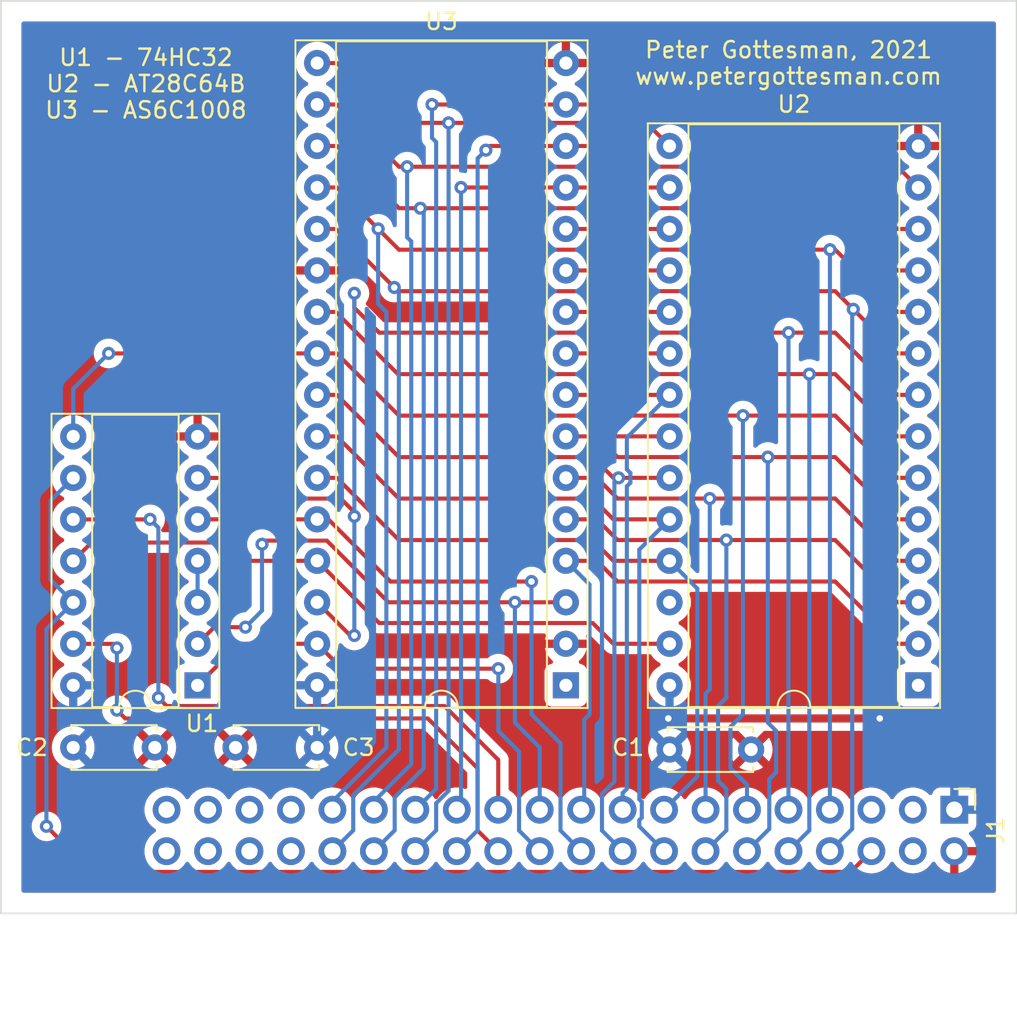
<source format=kicad_pcb>
(kicad_pcb (version 20211014) (generator pcbnew)
  (layers (0 "F.Cu" signal) (31 "B.Cu" signal) (34 "B.Paste" user) (35 "F.Paste" user) (36 "B.SilkS" user "B.Silkscreen") (37 "F.SilkS" user "F.Silkscreen") (38 "B.Mask" user) (39 "F.Mask" user) (44 "Edge.Cuts" user))
  (net 0 "")
  (net 1 "VCC")
  (net 2 "GND")
  (net 6 "Net-(J1-Pad6)")
  (net 7 "/A0")
  (net 8 "/A1")
  (net 9 "/A2")
  (net 10 "/A3")
  (net 11 "/A4")
  (net 12 "/A5")
  (net 13 "/A6")
  (net 14 "/A7")
  (net 15 "/A8")
  (net 16 "/A9")
  (net 17 "/A10")
  (net 18 "/A11")
  (net 19 "/A12")
  (net 20 "/A13")
  (net 21 "/A14")
  (net 22 "/A15")
  (net 23 "Net-(J1-Pad23)")
  (net 24 "Net-(J1-Pad24)")
  (net 25 "/D0")
  (net 26 "/D1")
  (net 27 "/D2")
  (net 28 "/D3")
  (net 29 "/D4")
  (net 30 "/D5")
  (net 31 "/D6")
  (net 32 "/D7")
  (net 41 "Net-(U1-Pad8)")
  (net 42 "Net-(U1-Pad3)")
  (net 43 "Net-(U1-Pad11)")
  (net 44 "Net-(U1-Pad6)")
  (footprint "Capacitor_THT:C_Disc_D5.0mm_W2.5mm_P5.00mm" (layer "F.Cu") (at 128.59875 96.647)
    (fp_text reference "C1" (at -2.54 -0.127) (layer "F.SilkS"))
    (fp_text value "100nF")
    (fp_line (start 5.12 -1.37) (end 5.12 -1.055) (layer "F.SilkS") (width 0.12))
    (fp_line (start 5.12 1.055) (end 5.12 1.37) (layer "F.SilkS") (width 0.12))
    (fp_line (start -0.12 1.37) (end 5.12 1.37) (layer "F.SilkS") (width 0.12))
    (fp_line (start -0.12 -1.37) (end 5.12 -1.37) (layer "F.SilkS") (width 0.12))
    (fp_line (start -0.12 -1.37) (end -0.12 -1.055) (layer "F.SilkS") (width 0.12))
    (fp_line (start -0.12 1.055) (end -0.12 1.37) (layer "F.SilkS") (width 0.12))
    (pad "1" thru_hole circle locked (at 0 0) (size 1.6 1.6) (drill 0.8) (layers *.Cu *.Mask) (net 1 "VCC"))
    (pad "2" thru_hole circle locked (at 5 0) (size 1.6 1.6) (drill 0.8) (layers *.Cu *.Mask) (net 2 "GND"))
  )
  (footprint "Package_DIP:DIP-28_W15.24mm_Socket" (layer "F.Cu") (at 143.83875 92.71 180)
    (fp_text reference "U2" (at 7.62 35.575) (layer "F.SilkS"))
    (fp_text value "28C64B")
    (fp_line (start -1.33 -1.39) (end -1.33 34.41) (layer "F.SilkS") (width 0.12))
    (fp_line (start 16.57 -1.39) (end -1.33 -1.39) (layer "F.SilkS") (width 0.12))
    (fp_line (start -1.33 34.41) (end 16.57 34.41) (layer "F.SilkS") (width 0.12))
    (fp_line (start 1.16 -1.33) (end 1.16 34.35) (layer "F.SilkS") (width 0.12))
    (fp_line (start 6.62 -1.33) (end 1.16 -1.33) (layer "F.SilkS") (width 0.12))
    (fp_line (start 14.08 34.35) (end 14.08 -1.33) (layer "F.SilkS") (width 0.12))
    (fp_line (start 14.08 -1.33) (end 8.62 -1.33) (layer "F.SilkS") (width 0.12))
    (fp_line (start 1.16 34.35) (end 14.08 34.35) (layer "F.SilkS") (width 0.12))
    (fp_line (start 16.57 34.41) (end 16.57 -1.39) (layer "F.SilkS") (width 0.12))
    (fp_arc (start 8.62 -1.33) (mid 7.62 -0.33) (end 6.62 -1.33) (layer "F.SilkS") (width 0.12))
    (pad "1" thru_hole rect locked (at 0 0 180) (size 1.6 1.6) (drill 0.8) (layers *.Cu *.Mask))
    (pad "2" thru_hole oval locked (at 0 2.54 180) (size 1.6 1.6) (drill 0.8) (layers *.Cu *.Mask) (net 19 "/A12"))
    (pad "3" thru_hole oval locked (at 0 5.08 180) (size 1.6 1.6) (drill 0.8) (layers *.Cu *.Mask) (net 14 "/A7"))
    (pad "4" thru_hole oval locked (at 0 7.62 180) (size 1.6 1.6) (drill 0.8) (layers *.Cu *.Mask) (net 13 "/A6"))
    (pad "5" thru_hole oval locked (at 0 10.16 180) (size 1.6 1.6) (drill 0.8) (layers *.Cu *.Mask) (net 12 "/A5"))
    (pad "6" thru_hole oval locked (at 0 12.7 180) (size 1.6 1.6) (drill 0.8) (layers *.Cu *.Mask) (net 11 "/A4"))
    (pad "7" thru_hole oval locked (at 0 15.24 180) (size 1.6 1.6) (drill 0.8) (layers *.Cu *.Mask) (net 10 "/A3"))
    (pad "8" thru_hole oval locked (at 0 17.78 180) (size 1.6 1.6) (drill 0.8) (layers *.Cu *.Mask) (net 9 "/A2"))
    (pad "9" thru_hole oval locked (at 0 20.32 180) (size 1.6 1.6) (drill 0.8) (layers *.Cu *.Mask) (net 8 "/A1"))
    (pad "10" thru_hole oval locked (at 0 22.86 180) (size 1.6 1.6) (drill 0.8) (layers *.Cu *.Mask) (net 7 "/A0"))
    (pad "11" thru_hole oval locked (at 0 25.4 180) (size 1.6 1.6) (drill 0.8) (layers *.Cu *.Mask) (net 25 "/D0"))
    (pad "12" thru_hole oval locked (at 0 27.94 180) (size 1.6 1.6) (drill 0.8) (layers *.Cu *.Mask) (net 26 "/D1"))
    (pad "13" thru_hole oval locked (at 0 30.48 180) (size 1.6 1.6) (drill 0.8) (layers *.Cu *.Mask) (net 27 "/D2"))
    (pad "14" thru_hole oval locked (at 0 33.02 180) (size 1.6 1.6) (drill 0.8) (layers *.Cu *.Mask) (net 2 "GND"))
    (pad "15" thru_hole oval locked (at 15.24 33.02 180) (size 1.6 1.6) (drill 0.8) (layers *.Cu *.Mask) (net 28 "/D3"))
    (pad "16" thru_hole oval locked (at 15.24 30.48 180) (size 1.6 1.6) (drill 0.8) (layers *.Cu *.Mask) (net 29 "/D4"))
    (pad "17" thru_hole oval locked (at 15.24 27.94 180) (size 1.6 1.6) (drill 0.8) (layers *.Cu *.Mask) (net 30 "/D5"))
    (pad "18" thru_hole oval locked (at 15.24 25.4 180) (size 1.6 1.6) (drill 0.8) (layers *.Cu *.Mask) (net 31 "/D6"))
    (pad "19" thru_hole oval locked (at 15.24 22.86 180) (size 1.6 1.6) (drill 0.8) (layers *.Cu *.Mask) (net 32 "/D7"))
    (pad "20" thru_hole oval locked (at 15.24 20.32 180) (size 1.6 1.6) (drill 0.8) (layers *.Cu *.Mask) (net 44 "Net-(U1-Pad6)"))
    (pad "21" thru_hole oval locked (at 15.24 17.78 180) (size 1.6 1.6) (drill 0.8) (layers *.Cu *.Mask) (net 17 "/A10"))
    (pad "22" thru_hole oval locked (at 15.24 15.24 180) (size 1.6 1.6) (drill 0.8) (layers *.Cu *.Mask) (net 41 "Net-(U1-Pad8)"))
    (pad "23" thru_hole oval locked (at 15.24 12.7 180) (size 1.6 1.6) (drill 0.8) (layers *.Cu *.Mask) (net 18 "/A11"))
    (pad "24" thru_hole oval locked (at 15.24 10.16 180) (size 1.6 1.6) (drill 0.8) (layers *.Cu *.Mask) (net 16 "/A9"))
    (pad "25" thru_hole oval locked (at 15.24 7.62 180) (size 1.6 1.6) (drill 0.8) (layers *.Cu *.Mask) (net 15 "/A8"))
    (pad "26" thru_hole oval locked (at 15.24 5.08 180) (size 1.6 1.6) (drill 0.8) (layers *.Cu *.Mask))
    (pad "27" thru_hole oval locked (at 15.24 2.54 180) (size 1.6 1.6) (drill 0.8) (layers *.Cu *.Mask) (net 43 "Net-(U1-Pad11)"))
    (pad "28" thru_hole oval locked (at 15.24 0 180) (size 1.6 1.6) (drill 0.8) (layers *.Cu *.Mask) (net 1 "VCC"))
  )
  (footprint "Capacitor_THT:C_Disc_D5.0mm_W2.5mm_P5.00mm" (layer "F.Cu") (at 107.00875 96.52 180)
    (fp_text reference "C3" (at -2.54 0) (layer "F.SilkS"))
    (fp_text value "100nF")
    (fp_line (start 5.12 1.055) (end 5.12 1.37) (layer "F.SilkS") (width 0.12))
    (fp_line (start -0.12 1.37) (end 5.12 1.37) (layer "F.SilkS") (width 0.12))
    (fp_line (start -0.12 -1.37) (end -0.12 -1.055) (layer "F.SilkS") (width 0.12))
    (fp_line (start 5.12 -1.37) (end 5.12 -1.055) (layer "F.SilkS") (width 0.12))
    (fp_line (start -0.12 -1.37) (end 5.12 -1.37) (layer "F.SilkS") (width 0.12))
    (fp_line (start -0.12 1.055) (end -0.12 1.37) (layer "F.SilkS") (width 0.12))
    (pad "1" thru_hole circle locked (at 0 0 180) (size 1.6 1.6) (drill 0.8) (layers *.Cu *.Mask) (net 1 "VCC"))
    (pad "2" thru_hole circle locked (at 5 0 180) (size 1.6 1.6) (drill 0.8) (layers *.Cu *.Mask) (net 2 "GND"))
  )
  (footprint "Capacitor_THT:C_Disc_D5.0mm_W2.5mm_P5.00mm" (layer "F.Cu") (at 92.065 96.52)
    (fp_text reference "C2" (at -2.53 0) (layer "F.SilkS"))
    (fp_text value "100nF")
    (fp_line (start -0.12 -1.37) (end -0.12 -1.055) (layer "F.SilkS") (width 0.12))
    (fp_line (start -0.12 -1.37) (end 5.12 -1.37) (layer "F.SilkS") (width 0.12))
    (fp_line (start -0.12 1.37) (end 5.12 1.37) (layer "F.SilkS") (width 0.12))
    (fp_line (start 5.12 1.055) (end 5.12 1.37) (layer "F.SilkS") (width 0.12))
    (fp_line (start 5.12 -1.37) (end 5.12 -1.055) (layer "F.SilkS") (width 0.12))
    (fp_line (start -0.12 1.055) (end -0.12 1.37) (layer "F.SilkS") (width 0.12))
    (pad "1" thru_hole circle locked (at 0 0) (size 1.6 1.6) (drill 0.8) (layers *.Cu *.Mask) (net 1 "VCC"))
    (pad "2" thru_hole circle locked (at 5 0) (size 1.6 1.6) (drill 0.8) (layers *.Cu *.Mask) (net 2 "GND"))
  )
  (footprint "Package_DIP:DIP-32_W15.24mm_Socket" (layer "F.Cu") (at 122.24875 92.71 180)
    (fp_text reference "U3" (at 7.625 40.64) (layer "F.SilkS"))
    (fp_text value "AS6C1008-55PCN")
    (fp_line (start 6.62 -1.33) (end 1.16 -1.33) (layer "F.SilkS") (width 0.12))
    (fp_line (start 14.08 39.43) (end 14.08 -1.33) (layer "F.SilkS") (width 0.12))
    (fp_line (start -1.33 39.49) (end 16.57 39.49) (layer "F.SilkS") (width 0.12))
    (fp_line (start 14.08 -1.33) (end 8.62 -1.33) (layer "F.SilkS") (width 0.12))
    (fp_line (start -1.33 -1.39) (end -1.33 39.49) (layer "F.SilkS") (width 0.12))
    (fp_line (start 1.16 -1.33) (end 1.16 39.43) (layer "F.SilkS") (width 0.12))
    (fp_line (start 16.57 -1.39) (end -1.33 -1.39) (layer "F.SilkS") (width 0.12))
    (fp_line (start 1.16 39.43) (end 14.08 39.43) (layer "F.SilkS") (width 0.12))
    (fp_line (start 16.57 39.49) (end 16.57 -1.39) (layer "F.SilkS") (width 0.12))
    (fp_arc (start 8.62 -1.33) (mid 7.62 -0.33) (end 6.62 -1.33) (layer "F.SilkS") (width 0.12))
    (pad "1" thru_hole rect locked (at 0 0 180) (size 1.6 1.6) (drill 0.8) (layers *.Cu *.Mask))
    (pad "2" thru_hole oval locked (at 0 2.54 180) (size 1.6 1.6) (drill 0.8) (layers *.Cu *.Mask) (net 2 "GND"))
    (pad "3" thru_hole oval locked (at 0 5.08 180) (size 1.6 1.6) (drill 0.8) (layers *.Cu *.Mask) (net 21 "/A14"))
    (pad "4" thru_hole oval locked (at 0 7.62 180) (size 1.6 1.6) (drill 0.8) (layers *.Cu *.Mask) (net 19 "/A12"))
    (pad "5" thru_hole oval locked (at 0 10.16 180) (size 1.6 1.6) (drill 0.8) (layers *.Cu *.Mask) (net 14 "/A7"))
    (pad "6" thru_hole oval locked (at 0 12.7 180) (size 1.6 1.6) (drill 0.8) (layers *.Cu *.Mask) (net 13 "/A6"))
    (pad "7" thru_hole oval locked (at 0 15.24 180) (size 1.6 1.6) (drill 0.8) (layers *.Cu *.Mask) (net 12 "/A5"))
    (pad "8" thru_hole oval locked (at 0 17.78 180) (size 1.6 1.6) (drill 0.8) (layers *.Cu *.Mask) (net 11 "/A4"))
    (pad "9" thru_hole oval locked (at 0 20.32 180) (size 1.6 1.6) (drill 0.8) (layers *.Cu *.Mask) (net 10 "/A3"))
    (pad "10" thru_hole oval locked (at 0 22.86 180) (size 1.6 1.6) (drill 0.8) (layers *.Cu *.Mask) (net 9 "/A2"))
    (pad "11" thru_hole oval locked (at 0 25.4 180) (size 1.6 1.6) (drill 0.8) (layers *.Cu *.Mask) (net 8 "/A1"))
    (pad "12" thru_hole oval locked (at 0 27.94 180) (size 1.6 1.6) (drill 0.8) (layers *.Cu *.Mask) (net 7 "/A0"))
    (pad "13" thru_hole oval locked (at 0 30.48 180) (size 1.6 1.6) (drill 0.8) (layers *.Cu *.Mask) (net 25 "/D0"))
    (pad "14" thru_hole oval locked (at 0 33.02 180) (size 1.6 1.6) (drill 0.8) (layers *.Cu *.Mask) (net 26 "/D1"))
    (pad "15" thru_hole oval locked (at 0 35.56 180) (size 1.6 1.6) (drill 0.8) (layers *.Cu *.Mask) (net 27 "/D2"))
    (pad "16" thru_hole oval locked (at 0 38.1 180) (size 1.6 1.6) (drill 0.8) (layers *.Cu *.Mask) (net 2 "GND"))
    (pad "17" thru_hole oval locked (at 15.24 38.1 180) (size 1.6 1.6) (drill 0.8) (layers *.Cu *.Mask) (net 28 "/D3"))
    (pad "18" thru_hole oval locked (at 15.24 35.56 180) (size 1.6 1.6) (drill 0.8) (layers *.Cu *.Mask) (net 29 "/D4"))
    (pad "19" thru_hole oval locked (at 15.24 33.02 180) (size 1.6 1.6) (drill 0.8) (layers *.Cu *.Mask) (net 30 "/D5"))
    (pad "20" thru_hole oval locked (at 15.24 30.48 180) (size 1.6 1.6) (drill 0.8) (layers *.Cu *.Mask) (net 31 "/D6"))
    (pad "21" thru_hole oval locked (at 15.24 27.94 180) (size 1.6 1.6) (drill 0.8) (layers *.Cu *.Mask) (net 32 "/D7"))
    (pad "22" thru_hole oval locked (at 15.24 25.4 180) (size 1.6 1.6) (drill 0.8) (layers *.Cu *.Mask) (net 2 "GND"))
    (pad "23" thru_hole oval locked (at 15.24 22.86 180) (size 1.6 1.6) (drill 0.8) (layers *.Cu *.Mask) (net 17 "/A10"))
    (pad "24" thru_hole oval locked (at 15.24 20.32 180) (size 1.6 1.6) (drill 0.8) (layers *.Cu *.Mask) (net 41 "Net-(U1-Pad8)"))
    (pad "25" thru_hole oval locked (at 15.24 17.78 180) (size 1.6 1.6) (drill 0.8) (layers *.Cu *.Mask) (net 18 "/A11"))
    (pad "26" thru_hole oval locked (at 15.24 15.24 180) (size 1.6 1.6) (drill 0.8) (layers *.Cu *.Mask) (net 16 "/A9"))
    (pad "27" thru_hole oval locked (at 15.24 12.7 180) (size 1.6 1.6) (drill 0.8) (layers *.Cu *.Mask) (net 15 "/A8"))
    (pad "28" thru_hole oval locked (at 15.24 10.16 180) (size 1.6 1.6) (drill 0.8) (layers *.Cu *.Mask) (net 20 "/A13"))
    (pad "29" thru_hole oval locked (at 15.24 7.62 180) (size 1.6 1.6) (drill 0.8) (layers *.Cu *.Mask) (net 43 "Net-(U1-Pad11)"))
    (pad "30" thru_hole oval locked (at 15.24 5.08 180) (size 1.6 1.6) (drill 0.8) (layers *.Cu *.Mask) (net 44 "Net-(U1-Pad6)"))
    (pad "31" thru_hole oval locked (at 15.24 2.54 180) (size 1.6 1.6) (drill 0.8) (layers *.Cu *.Mask) (net 22 "/A15"))
    (pad "32" thru_hole oval locked (at 15.24 0 180) (size 1.6 1.6) (drill 0.8) (layers *.Cu *.Mask) (net 1 "VCC"))
  )
  (footprint "Connector_PinHeader_2.54mm:PinHeader_2x20_P2.54mm_Horizontal" (layer "F.Cu") (at 146.045 100.33 -90)
    (fp_text reference "J1" (at 1.27 -2.54 90) (layer "F.SilkS"))
    (fp_text value "z80_bus")
    (fp_line (start -1.27 -1.27) (end 0 -1.27) (layer "F.SilkS") (width 0.12))
    (fp_line (start -1.27 0) (end -1.27 -1.27) (layer "F.SilkS") (width 0.12))
    (pad "1" thru_hole rect (at 0 0 270) (size 1.7 1.7) (drill 1) (layers *.Cu *.Mask) (net 1 "VCC"))
    (pad "2" thru_hole oval (at 2.54 0 270) (size 1.7 1.7) (drill 1) (layers *.Cu *.Mask) (net 2 "GND"))
    (pad "3" thru_hole oval (at 0 2.54 270) (size 1.7 1.7) (drill 1) (layers *.Cu *.Mask))
    (pad "4" thru_hole oval (at 2.54 2.54 270) (size 1.7 1.7) (drill 1) (layers *.Cu *.Mask))
    (pad "5" thru_hole oval (at 0 5.08 270) (size 1.7 1.7) (drill 1) (layers *.Cu *.Mask))
    (pad "6" thru_hole oval (at 2.54 5.08 270) (size 1.7 1.7) (drill 1) (layers *.Cu *.Mask) (net 6 "Net-(J1-Pad6)"))
    (pad "7" thru_hole oval (at 0 7.62 270) (size 1.7 1.7) (drill 1) (layers *.Cu *.Mask) (net 7 "/A0"))
    (pad "8" thru_hole oval (at 2.54 7.62 270) (size 1.7 1.7) (drill 1) (layers *.Cu *.Mask) (net 8 "/A1"))
    (pad "9" thru_hole oval (at 0 10.16 270) (size 1.7 1.7) (drill 1) (layers *.Cu *.Mask) (net 9 "/A2"))
    (pad "10" thru_hole oval (at 2.54 10.16 270) (size 1.7 1.7) (drill 1) (layers *.Cu *.Mask) (net 10 "/A3"))
    (pad "11" thru_hole oval (at 0 12.7 270) (size 1.7 1.7) (drill 1) (layers *.Cu *.Mask) (net 11 "/A4"))
    (pad "12" thru_hole oval (at 2.54 12.7 270) (size 1.7 1.7) (drill 1) (layers *.Cu *.Mask) (net 12 "/A5"))
    (pad "13" thru_hole oval (at 0 15.24 270) (size 1.7 1.7) (drill 1) (layers *.Cu *.Mask) (net 13 "/A6"))
    (pad "14" thru_hole oval (at 2.54 15.24 270) (size 1.7 1.7) (drill 1) (layers *.Cu *.Mask) (net 14 "/A7"))
    (pad "15" thru_hole oval (at 0 17.78 270) (size 1.7 1.7) (drill 1) (layers *.Cu *.Mask) (net 15 "/A8"))
    (pad "16" thru_hole oval (at 2.54 17.78 270) (size 1.7 1.7) (drill 1) (layers *.Cu *.Mask) (net 16 "/A9"))
    (pad "17" thru_hole oval (at 0 20.32 270) (size 1.7 1.7) (drill 1) (layers *.Cu *.Mask) (net 17 "/A10"))
    (pad "18" thru_hole oval (at 2.54 20.32 270) (size 1.7 1.7) (drill 1) (layers *.Cu *.Mask) (net 18 "/A11"))
    (pad "19" thru_hole oval (at 0 22.86 270) (size 1.7 1.7) (drill 1) (layers *.Cu *.Mask) (net 19 "/A12"))
    (pad "20" thru_hole oval (at 2.54 22.86 270) (size 1.7 1.7) (drill 1) (layers *.Cu *.Mask) (net 20 "/A13"))
    (pad "21" thru_hole oval (at 0 25.4 270) (size 1.7 1.7) (drill 1) (layers *.Cu *.Mask) (net 21 "/A14"))
    (pad "22" thru_hole oval (at 2.54 25.4 270) (size 1.7 1.7) (drill 1) (layers *.Cu *.Mask) (net 22 "/A15"))
    (pad "23" thru_hole oval (at 0 27.94 270) (size 1.7 1.7) (drill 1) (layers *.Cu *.Mask) (net 23 "Net-(J1-Pad23)"))
    (pad "24" thru_hole oval (at 2.54 27.94 270) (size 1.7 1.7) (drill 1) (layers *.Cu *.Mask) (net 24 "Net-(J1-Pad24)"))
    (pad "25" thru_hole oval (at 0 30.48 270) (size 1.7 1.7) (drill 1) (layers *.Cu *.Mask) (net 25 "/D0"))
    (pad "26" thru_hole oval (at 2.54 30.48 270) (size 1.7 1.7) (drill 1) (layers *.Cu *.Mask) (net 26 "/D1"))
    (pad "27" thru_hole oval (at 0 33.02 270) (size 1.7 1.7) (drill 1) (layers *.Cu *.Mask) (net 27 "/D2"))
    (pad "28" thru_hole oval (at 2.54 33.02 270) (size 1.7 1.7) (drill 1) (layers *.Cu *.Mask) (net 28 "/D3"))
    (pad "29" thru_hole oval (at 0 35.56 270) (size 1.7 1.7) (drill 1) (layers *.Cu *.Mask) (net 29 "/D4"))
    (pad "30" thru_hole oval (at 2.54 35.56 270) (size 1.7 1.7) (drill 1) (layers *.Cu *.Mask) (net 30 "/D5"))
    (pad "31" thru_hole oval (at 0 38.1 270) (size 1.7 1.7) (drill 1) (layers *.Cu *.Mask) (net 31 "/D6"))
    (pad "32" thru_hole oval (at 2.54 38.1 270) (size 1.7 1.7) (drill 1) (layers *.Cu *.Mask) (net 32 "/D7"))
    (pad "33" thru_hole oval (at 0 40.64 270) (size 1.7 1.7) (drill 1) (layers *.Cu *.Mask))
    (pad "34" thru_hole oval (at 2.54 40.64 270) (size 1.7 1.7) (drill 1) (layers *.Cu *.Mask))
    (pad "35" thru_hole oval (at 0 43.18 270) (size 1.7 1.7) (drill 1) (layers *.Cu *.Mask))
    (pad "36" thru_hole oval (at 2.54 43.18 270) (size 1.7 1.7) (drill 1) (layers *.Cu *.Mask))
    (pad "37" thru_hole oval (at 0 45.72 270) (size 1.7 1.7) (drill 1) (layers *.Cu *.Mask))
    (pad "38" thru_hole oval (at 2.54 45.72 270) (size 1.7 1.7) (drill 1) (layers *.Cu *.Mask))
    (pad "39" thru_hole oval (at 0 48.26 270) (size 1.7 1.7) (drill 1) (layers *.Cu *.Mask))
    (pad "40" thru_hole oval (at 2.54 48.26 270) (size 1.7 1.7) (drill 1) (layers *.Cu *.Mask))
  )
  (footprint "Package_DIP:DIP-14_W7.62mm_Socket" (layer "F.Cu") (at 99.685 92.715 180)
    (fp_text reference "U1" (at -0.264 -2.3385) (layer "F.SilkS"))
    (fp_text value "74HC32")
    (fp_line (start -1.33 16.63) (end 8.95 16.63) (layer "F.SilkS") (width 0.12))
    (fp_line (start 6.46 16.57) (end 6.46 -1.33) (layer "F.SilkS") (width 0.12))
    (fp_line (start 1.16 16.57) (end 6.46 16.57) (layer "F.SilkS") (width 0.12))
    (fp_line (start -1.33 -1.39) (end -1.33 16.63) (layer "F.SilkS") (width 0.12))
    (fp_line (start 8.95 -1.39) (end -1.33 -1.39) (layer "F.SilkS") (width 0.12))
    (fp_line (start 6.46 -1.33) (end 4.81 -1.33) (layer "F.SilkS") (width 0.12))
    (fp_line (start 2.81 -1.33) (end 1.16 -1.33) (layer "F.SilkS") (width 0.12))
    (fp_line (start 8.95 16.63) (end 8.95 -1.39) (layer "F.SilkS") (width 0.12))
    (fp_line (start 1.16 -1.33) (end 1.16 16.57) (layer "F.SilkS") (width 0.12))
    (fp_arc (start 4.81 -1.33) (mid 3.81 -0.33) (end 2.81 -1.33) (layer "F.SilkS") (width 0.12))
    (pad "1" thru_hole rect locked (at 0 0 180) (size 1.6 1.6) (drill 0.8) (layers *.Cu *.Mask) (net 22 "/A15"))
    (pad "2" thru_hole oval locked (at 0 2.54 180) (size 1.6 1.6) (drill 0.8) (layers *.Cu *.Mask) (net 21 "/A14"))
    (pad "3" thru_hole oval locked (at 0 5.08 180) (size 1.6 1.6) (drill 0.8) (layers *.Cu *.Mask) (net 42 "Net-(U1-Pad3)"))
    (pad "4" thru_hole oval locked (at 0 7.62 180) (size 1.6 1.6) (drill 0.8) (layers *.Cu *.Mask) (net 42 "Net-(U1-Pad3)"))
    (pad "5" thru_hole oval locked (at 0 10.16 180) (size 1.6 1.6) (drill 0.8) (layers *.Cu *.Mask) (net 20 "/A13"))
    (pad "6" thru_hole oval locked (at 0 12.7 180) (size 1.6 1.6) (drill 0.8) (layers *.Cu *.Mask) (net 44 "Net-(U1-Pad6)"))
    (pad "7" thru_hole oval locked (at 0 15.24 180) (size 1.6 1.6) (drill 0.8) (layers *.Cu *.Mask) (net 2 "GND"))
    (pad "8" thru_hole oval locked (at 7.62 15.24 180) (size 1.6 1.6) (drill 0.8) (layers *.Cu *.Mask) (net 41 "Net-(U1-Pad8)"))
    (pad "9" thru_hole oval locked (at 7.62 12.7 180) (size 1.6 1.6) (drill 0.8) (layers *.Cu *.Mask) (net 6 "Net-(J1-Pad6)"))
    (pad "10" thru_hole oval locked (at 7.62 10.16 180) (size 1.6 1.6) (drill 0.8) (layers *.Cu *.Mask) (net 23 "Net-(J1-Pad23)"))
    (pad "11" thru_hole oval locked (at 7.62 7.62 180) (size 1.6 1.6) (drill 0.8) (layers *.Cu *.Mask) (net 43 "Net-(U1-Pad11)"))
    (pad "12" thru_hole oval locked (at 7.62 5.08 180) (size 1.6 1.6) (drill 0.8) (layers *.Cu *.Mask) (net 6 "Net-(J1-Pad6)"))
    (pad "13" thru_hole oval locked (at 7.62 2.54 180) (size 1.6 1.6) (drill 0.8) (layers *.Cu *.Mask) (net 24 "Net-(J1-Pad24)"))
    (pad "14" thru_hole oval locked (at 7.62 0 180) (size 1.6 1.6) (drill 0.8) (layers *.Cu *.Mask) (net 1 "VCC"))
  )
  (gr_rect (start 149.86 106.68) (end 87.63 50.8) (layer "Edge.Cuts") (width 0.1) (fill none))
  (gr_text "Peter Gottesman, 2021\nwww.petergottesman.com" (at 135.89 54.61) (layer "F.SilkS") (effects (font (size 1 1))))
  (gr_text "U1 - 74HC32\nU2 - AT28C64B\nU3 - AS6C1008" (at 96.52 55.88) (layer "F.SilkS") (effects (font (size 1 1))))
  (segment (start 128.524 94.742) (end 141.478 94.742) (width 0.5) (layer "F.Cu") (net 1))
  (via (at 128.524 94.742) (size 0.8) (drill 0.4) (layers "F.Cu" "B.Cu") (net 1))
  (via (at 141.478 94.742) (size 0.8) (drill 0.4) (layers "F.Cu" "B.Cu") (net 1))
  (segment (start 107.00875 96.52) (end 107.00875 92.71) (width 0.5) (layer "B.Cu") (net 1))
  (segment (start 90.424 101.346) (end 93.218 104.14) (width 0.25) (layer "F.Cu") (net 6))
  (segment (start 93.218 104.14) (end 139.695 104.14) (width 0.25) (layer "F.Cu") (net 6))
  (segment (start 139.695 104.14) (end 140.965 102.87) (width 0.25) (layer "F.Cu") (net 6))
  (via (at 90.424 101.346) (size 0.8) (drill 0.4) (layers "F.Cu" "B.Cu") (net 6))
  (segment (start 90.678 86.248) (end 90.678 81.402) (width 0.25) (layer "B.Cu") (net 6))
  (segment (start 90.678 81.402) (end 92.065 80.015) (width 0.25) (layer "B.Cu") (net 6))
  (segment (start 92.065 87.635) (end 90.678 86.248) (width 0.25) (layer "B.Cu") (net 6))
  (segment (start 92.065 87.635) (end 90.424 89.276) (width 0.25) (layer "B.Cu") (net 6))
  (segment (start 90.424 89.276) (end 90.424 101.346) (width 0.25) (layer "B.Cu") (net 6))
  (segment (start 142.55875 69.85) (end 143.83375 69.85) (width 0.25) (layer "F.Cu") (net 7))
  (segment (start 122.24375 64.77) (end 124.14625 64.77) (width 0.25) (layer "F.Cu") (net 7))
  (segment (start 138.74625 66.0375) (end 142.55875 69.85) (width 0.25) (layer "F.Cu") (net 7))
  (segment (start 124.14625 64.77) (end 125.41375 66.0375) (width 0.25) (layer "F.Cu") (net 7))
  (segment (start 125.41375 66.0375) (end 138.74625 66.0375) (width 0.25) (layer "F.Cu") (net 7))
  (via (at 138.43 66.04) (size 0.8) (drill 0.4) (layers "F.Cu" "B.Cu") (net 7))
  (segment (start 138.425 66.045) (end 138.43 66.04) (width 0.25) (layer "B.Cu") (net 7))
  (segment (start 138.425 100.33) (end 138.425 66.045) (width 0.25) (layer "B.Cu") (net 7))
  (segment (start 124.14625 67.31) (end 125.41375 68.5775) (width 0.25) (layer "F.Cu") (net 8))
  (segment (start 122.24375 67.31) (end 124.14625 67.31) (width 0.25) (layer "F.Cu") (net 8))
  (segment (start 138.74625 68.5775) (end 139.859375 69.690625) (width 0.25) (layer "F.Cu") (net 8))
  (segment (start 142.55875 72.39) (end 143.83375 72.39) (width 0.25) (layer "F.Cu") (net 8))
  (segment (start 139.859375 69.690625) (end 142.55875 72.39) (width 0.25) (layer "F.Cu") (net 8))
  (segment (start 125.41375 68.5775) (end 138.74625 68.5775) (width 0.25) (layer "F.Cu") (net 8))
  (via (at 139.859375 69.690625) (size 0.8) (drill 0.4) (layers "F.Cu" "B.Cu") (net 8))
  (segment (start 138.425 102.87) (end 139.790489 101.504511) (width 0.25) (layer "B.Cu") (net 8))
  (segment (start 139.790489 101.504511) (end 139.790489 69.759511) (width 0.25) (layer "B.Cu") (net 8))
  (segment (start 139.790489 69.759511) (end 139.859375 69.690625) (width 0.25) (layer "B.Cu") (net 8))
  (segment (start 125.41375 71.1175) (end 138.74625 71.1175) (width 0.25) (layer "F.Cu") (net 9))
  (segment (start 138.74625 71.1175) (end 142.55875 74.93) (width 0.25) (layer "F.Cu") (net 9))
  (segment (start 142.55875 74.93) (end 143.83375 74.93) (width 0.25) (layer "F.Cu") (net 9))
  (segment (start 122.24375 69.85) (end 124.14625 69.85) (width 0.25) (layer "F.Cu") (net 9))
  (segment (start 124.14625 69.85) (end 125.41375 71.1175) (width 0.25) (layer "F.Cu") (net 9))
  (via (at 135.89 71.12) (size 0.8) (drill 0.4) (layers "F.Cu" "B.Cu") (net 9))
  (segment (start 135.885 100.33) (end 135.885 71.125) (width 0.25) (layer "B.Cu") (net 9))
  (segment (start 135.885 71.125) (end 135.89 71.12) (width 0.25) (layer "B.Cu") (net 9))
  (segment (start 137.1625 73.6575) (end 138.74625 73.6575) (width 0.25) (layer "F.Cu") (net 10))
  (segment (start 125.41375 73.6575) (end 137.1625 73.6575) (width 0.25) (layer "F.Cu") (net 10))
  (segment (start 142.55875 77.47) (end 143.83375 77.47) (width 0.25) (layer "F.Cu") (net 10))
  (segment (start 124.14625 72.39) (end 125.41375 73.6575) (width 0.25) (layer "F.Cu") (net 10))
  (segment (start 138.74625 73.6575) (end 142.55875 77.47) (width 0.25) (layer "F.Cu") (net 10))
  (segment (start 122.24375 72.39) (end 124.14625 72.39) (width 0.25) (layer "F.Cu") (net 10))
  (via (at 137.1625 73.6575) (size 0.8) (drill 0.4) (layers "F.Cu" "B.Cu") (net 10))
  (segment (start 135.885 102.87) (end 137.1625 101.5925) (width 0.25) (layer "B.Cu") (net 10))
  (segment (start 137.1625 101.5925) (end 137.1625 73.6575) (width 0.25) (layer "B.Cu") (net 10))
  (segment (start 125.41375 76.1975) (end 138.74625 76.1975) (width 0.25) (layer "F.Cu") (net 11))
  (segment (start 138.74625 76.1975) (end 142.55875 80.01) (width 0.25) (layer "F.Cu") (net 11))
  (segment (start 122.24375 74.93) (end 124.14625 74.93) (width 0.25) (layer "F.Cu") (net 11))
  (segment (start 124.14625 74.93) (end 125.41375 76.1975) (width 0.25) (layer "F.Cu") (net 11))
  (segment (start 142.55875 80.01) (end 143.83375 80.01) (width 0.25) (layer "F.Cu") (net 11))
  (via (at 133.096 76.2) (size 0.8) (drill 0.4) (layers "F.Cu" "B.Cu") (net 11))
  (segment (start 132.334 95.25) (end 132.334 97.79) (width 0.25) (layer "B.Cu") (net 11))
  (segment (start 133.096 76.2) (end 133.096 94.488) (width 0.25) (layer "B.Cu") (net 11))
  (segment (start 133.345 98.801) (end 133.345 100.33) (width 0.25) (layer "B.Cu") (net 11))
  (segment (start 133.096 94.488) (end 132.334 95.25) (width 0.25) (layer "B.Cu") (net 11))
  (segment (start 132.334 97.79) (end 133.345 98.801) (width 0.25) (layer "B.Cu") (net 11))
  (segment (start 142.55875 82.55) (end 143.83375 82.55) (width 0.25) (layer "F.Cu") (net 12))
  (segment (start 124.14625 77.47) (end 125.41375 78.7375) (width 0.25) (layer "F.Cu") (net 12))
  (segment (start 122.24375 77.47) (end 124.14625 77.47) (width 0.25) (layer "F.Cu") (net 12))
  (segment (start 138.74625 78.7375) (end 142.55875 82.55) (width 0.25) (layer "F.Cu") (net 12))
  (segment (start 125.41375 78.7375) (end 134.6225 78.7375) (width 0.25) (layer "F.Cu") (net 12))
  (segment (start 134.6225 78.7375) (end 138.74625 78.7375) (width 0.25) (layer "F.Cu") (net 12))
  (via (at 134.6225 78.7375) (size 0.8) (drill 0.4) (layers "F.Cu" "B.Cu") (net 12))
  (segment (start 133.345 102.87) (end 134.710489 101.504511) (width 0.25) (layer "B.Cu") (net 12))
  (segment (start 135.128 95.504) (end 134.62 94.996) (width 0.25) (layer "B.Cu") (net 12))
  (segment (start 134.710489 98.461511) (end 135.128 98.044) (width 0.25) (layer "B.Cu") (net 12))
  (segment (start 135.128 98.044) (end 135.128 95.504) (width 0.25) (layer "B.Cu") (net 12))
  (segment (start 134.62 78.74) (end 134.6225 78.7375) (width 0.25) (layer "B.Cu") (net 12))
  (segment (start 134.710489 101.504511) (end 134.710489 98.461511) (width 0.25) (layer "B.Cu") (net 12))
  (segment (start 134.62 94.996) (end 134.62 78.74) (width 0.25) (layer "B.Cu") (net 12))
  (segment (start 131.0615 81.2775) (end 138.74625 81.2775) (width 0.25) (layer "F.Cu") (net 13))
  (segment (start 124.14625 80.01) (end 125.41375 81.2775) (width 0.25) (layer "F.Cu") (net 13))
  (segment (start 125.41375 81.2775) (end 131.0615 81.2775) (width 0.25) (layer "F.Cu") (net 13))
  (segment (start 138.74625 81.2775) (end 142.55875 85.09) (width 0.25) (layer "F.Cu") (net 13))
  (segment (start 142.55875 85.09) (end 143.83375 85.09) (width 0.25) (layer "F.Cu") (net 13))
  (segment (start 122.24375 80.01) (end 124.14625 80.01) (width 0.25) (layer "F.Cu") (net 13))
  (via (at 131.0615 81.2775) (size 0.8) (drill 0.4) (layers "F.Cu" "B.Cu") (net 13))
  (segment (start 131.064 81.28) (end 131.0615 81.2775) (width 0.25) (layer "B.Cu") (net 13))
  (segment (start 131.064 92.964) (end 131.064 81.28) (width 0.25) (layer "B.Cu") (net 13))
  (segment (start 130.805 93.223) (end 131.064 92.964) (width 0.25) (layer "B.Cu") (net 13))
  (segment (start 130.805 100.33) (end 130.805 93.223) (width 0.25) (layer "B.Cu") (net 13))
  (segment (start 125.41375 83.8175) (end 132.0775 83.8175) (width 0.25) (layer "F.Cu") (net 14))
  (segment (start 122.24375 82.55) (end 124.14625 82.55) (width 0.25) (layer "F.Cu") (net 14))
  (segment (start 142.55875 87.63) (end 143.83375 87.63) (width 0.25) (layer "F.Cu") (net 14))
  (segment (start 138.74625 83.8175) (end 142.55875 87.63) (width 0.25) (layer "F.Cu") (net 14))
  (segment (start 124.14625 82.55) (end 125.41375 83.8175) (width 0.25) (layer "F.Cu") (net 14))
  (segment (start 132.0775 83.8175) (end 138.74625 83.8175) (width 0.25) (layer "F.Cu") (net 14))
  (via (at 132.0775 83.8175) (size 0.8) (drill 0.4) (layers "F.Cu" "B.Cu") (net 14))
  (segment (start 132.08 101.595) (end 132.08 99.06) (width 0.25) (layer "B.Cu") (net 14))
  (segment (start 132.08 99.06) (end 131.572 98.552) (width 0.25) (layer "B.Cu") (net 14))
  (segment (start 132.08 93.472) (end 132.08 83.82) (width 0.25) (layer "B.Cu") (net 14))
  (segment (start 131.572 98.552) (end 131.572 93.98) (width 0.25) (layer "B.Cu") (net 14))
  (segment (start 132.08 83.82) (end 132.0775 83.8175) (width 0.25) (layer "B.Cu") (net 14))
  (segment (start 131.572 93.98) (end 132.08 93.472) (width 0.25) (layer "B.Cu") (net 14))
  (segment (start 130.805 102.87) (end 132.08 101.595) (width 0.25) (layer "B.Cu") (net 14))
  (segment (start 123.88975 83.82) (end 112.02275 83.82) (width 0.25) (layer "F.Cu") (net 15))
  (segment (start 125.15975 85.09) (end 123.88975 83.82) (width 0.25) (layer "F.Cu") (net 15))
  (segment (start 112.02275 83.82) (end 108.21275 80.01) (width 0.25) (layer "F.Cu") (net 15))
  (segment (start 128.59875 85.09) (end 125.15975 85.09) (width 0.25) (layer "F.Cu") (net 15))
  (segment (start 108.21275 80.01) (end 107.00375 80.01) (width 0.25) (layer "F.Cu") (net 15))
  (segment (start 130.302 86.79325) (end 130.302 98.293) (width 0.25) (layer "B.Cu") (net 15))
  (segment (start 128.59875 85.09) (end 130.302 86.79325) (width 0.25) (layer "B.Cu") (net 15))
  (segment (start 130.302 98.293) (end 128.265 100.33) (width 0.25) (layer "B.Cu") (net 15))
  (segment (start 123.88975 81.28) (end 112.02275 81.28) (width 0.25) (layer "F.Cu") (net 16))
  (segment (start 125.15975 82.55) (end 123.88975 81.28) (width 0.25) (layer "F.Cu") (net 16))
  (segment (start 112.02275 81.28) (end 108.21275 77.47) (width 0.25) (layer "F.Cu") (net 16))
  (segment (start 128.59375 82.55) (end 125.222 82.55) (width 0.25) (layer "F.Cu") (net 16))
  (segment (start 108.21275 77.47) (end 107.00375 77.47) (width 0.25) (layer "F.Cu") (net 16))
  (segment (start 125.222 82.55) (end 125.15975 82.55) (width 0.25) (layer "F.Cu") (net 16))
  (segment (start 126.899511 100.816499) (end 126.899511 99.843501) (width 0.25) (layer "B.Cu") (net 16))
  (segment (start 126.899511 99.843501) (end 126.746 99.68999) (width 0.25) (layer "B.Cu") (net 16))
  (segment (start 128.265 102.87) (end 126.746 101.351) (width 0.25) (layer "B.Cu") (net 16))
  (segment (start 126.746 99.68999) (end 126.746 84.40275) (width 0.25) (layer "B.Cu") (net 16))
  (segment (start 126.746 100.97001) (end 126.899511 100.816499) (width 0.25) (layer "B.Cu") (net 16))
  (segment (start 126.746 84.40275) (end 128.59875 82.55) (width 0.25) (layer "B.Cu") (net 16))
  (segment (start 126.746 101.351) (end 126.746 100.97001) (width 0.25) (layer "B.Cu") (net 16))
  (segment (start 111.96175 73.66) (end 108.15175 69.85) (width 0.25) (layer "F.Cu") (net 17))
  (segment (start 123.88975 73.66) (end 111.96175 73.66) (width 0.25) (layer "F.Cu") (net 17))
  (segment (start 128.59375 74.93) (end 125.15975 74.93) (width 0.25) (layer "F.Cu") (net 17))
  (segment (start 125.15975 74.93) (end 123.88975 73.66) (width 0.25) (layer "F.Cu") (net 17))
  (segment (start 108.15175 69.85) (end 107.00375 69.85) (width 0.25) (layer "F.Cu") (net 17))
  (segment (start 125.984 99.05) (end 125.984 80.526614) (width 0.25) (layer "B.Cu") (net 17))
  (segment (start 125.725 99.309) (end 125.984 99.05) (width 0.25) (layer "B.Cu") (net 17))
  (segment (start 125.984 77.54475) (end 128.59875 74.93) (width 0.25) (layer "B.Cu") (net 17))
  (segment (start 125.725 100.33) (end 125.725 99.309) (width 0.25) (layer "B.Cu") (net 17))
  (segment (start 126.200511 79.709897) (end 125.984 79.493386) (width 0.25) (layer "B.Cu") (net 17))
  (segment (start 126.200511 80.310103) (end 126.200511 79.709897) (width 0.25) (layer "B.Cu") (net 17))
  (segment (start 125.984 79.493386) (end 125.984 77.54475) (width 0.25) (layer "B.Cu") (net 17))
  (segment (start 125.984 80.526614) (end 126.200511 80.310103) (width 0.25) (layer "B.Cu") (net 17))
  (segment (start 123.88975 78.74) (end 112.02275 78.74) (width 0.25) (layer "F.Cu") (net 18))
  (segment (start 125.15975 80.01) (end 123.88975 78.74) (width 0.25) (layer "F.Cu") (net 18))
  (segment (start 112.02275 78.74) (end 108.21275 74.93) (width 0.25) (layer "F.Cu") (net 18))
  (segment (start 128.59375 80.01) (end 125.15975 80.01) (width 0.25) (layer "F.Cu") (net 18))
  (segment (start 108.21275 74.93) (end 107.00375 74.93) (width 0.25) (layer "F.Cu") (net 18))
  (via (at 125.476 80.01) (size 0.8) (drill 0.4) (layers "F.Cu" "B.Cu") (net 18))
  (segment (start 124.46 99.369995) (end 124.46 101.605) (width 0.25) (layer "B.Cu") (net 18))
  (segment (start 125.222 80.264) (end 125.222 98.607995) (width 0.25) (layer "B.Cu") (net 18))
  (segment (start 125.476 80.01) (end 125.222 80.264) (width 0.25) (layer "B.Cu") (net 18))
  (segment (start 125.222 98.607995) (end 124.46 99.369995) (width 0.25) (layer "B.Cu") (net 18))
  (segment (start 124.46 101.605) (end 125.725 102.87) (width 0.25) (layer "B.Cu") (net 18))
  (segment (start 142.55875 90.17) (end 143.83375 90.17) (width 0.25) (layer "F.Cu") (net 19))
  (segment (start 124.14625 85.09) (end 125.41375 86.3575) (width 0.25) (layer "F.Cu") (net 19))
  (segment (start 138.74625 86.3575) (end 142.55875 90.17) (width 0.25) (layer "F.Cu") (net 19))
  (segment (start 122.24375 85.09) (end 124.14625 85.09) (width 0.25) (layer "F.Cu") (net 19))
  (segment (start 125.41375 86.3575) (end 138.74625 86.3575) (width 0.25) (layer "F.Cu") (net 19))
  (segment (start 123.698 86.53925) (end 122.24875 85.09) (width 0.25) (layer "B.Cu") (net 19))
  (segment (start 123.185 100.33) (end 123.373261 100.141739) (width 0.25) (layer "B.Cu") (net 19))
  (segment (start 123.698 94.488) (end 123.698 86.53925) (width 0.25) (layer "B.Cu") (net 19))
  (segment (start 123.373261 94.812739) (end 123.698 94.488) (width 0.25) (layer "B.Cu") (net 19))
  (segment (start 123.373261 100.141739) (end 123.373261 94.812739) (width 0.25) (layer "B.Cu") (net 19))
  (segment (start 120.142 86.36) (end 111.506 86.36) (width 0.25) (layer "F.Cu") (net 20))
  (segment (start 107.696 82.55) (end 107.00875 82.55) (width 0.25) (layer "F.Cu") (net 20))
  (segment (start 99.69 82.55) (end 99.685 82.555) (width 0.25) (layer "F.Cu") (net 20))
  (segment (start 107.00875 82.55) (end 99.69 82.55) (width 0.25) (layer "F.Cu") (net 20))
  (segment (start 111.506 86.36) (end 107.696 82.55) (width 0.25) (layer "F.Cu") (net 20))
  (via (at 120.142 86.36) (size 0.8) (drill 0.4) (layers "F.Cu" "B.Cu") (net 20))
  (segment (start 121.92 96.266) (end 121.92 101.605) (width 0.25) (layer "B.Cu") (net 20))
  (segment (start 120.142 94.488) (end 121.92 96.266) (width 0.25) (layer "B.Cu") (net 20))
  (segment (start 121.92 101.605) (end 123.185 102.87) (width 0.25) (layer "B.Cu") (net 20))
  (segment (start 120.142 86.36) (end 120.142 94.488) (width 0.25) (layer "B.Cu") (net 20))
  (segment (start 103.853461 83.852539) (end 103.632 84.074) (width 0.25) (layer "F.Cu") (net 21))
  (segment (start 119.126 87.63) (end 122.24875 87.63) (width 0.25) (layer "F.Cu") (net 21))
  (segment (start 102.616 89.154) (end 100.706 89.154) (width 0.25) (layer "F.Cu") (net 21))
  (segment (start 111.379 87.63) (end 119.126 87.63) (width 0.25) (layer "F.Cu") (net 21))
  (segment (start 106.007461 83.852539) (end 103.853461 83.852539) (width 0.25) (layer "F.Cu") (net 21))
  (segment (start 106.007461 83.852539) (end 107.601539 83.852539) (width 0.25) (layer "F.Cu") (net 21))
  (segment (start 100.706 89.154) (end 99.685 90.175) (width 0.25) (layer "F.Cu") (net 21))
  (segment (start 107.601539 83.852539) (end 111.379 87.63) (width 0.25) (layer "F.Cu") (net 21))
  (via (at 102.616 89.154) (size 0.8) (drill 0.4) (layers "F.Cu" "B.Cu") (net 21))
  (via (at 119.126 87.63) (size 0.8) (drill 0.4) (layers "F.Cu" "B.Cu") (net 21))
  (via (at 103.632 84.074) (size 0.8) (drill 0.4) (layers "F.Cu" "B.Cu") (net 21))
  (segment (start 120.645 100.33) (end 120.645 96.515) (width 0.25) (layer "B.Cu") (net 21))
  (segment (start 103.632 88.138) (end 102.616 89.154) (width 0.25) (layer "B.Cu") (net 21))
  (segment (start 119.126 94.996) (end 119.126 87.63) (width 0.25) (layer "B.Cu") (net 21))
  (segment (start 120.645 96.515) (end 119.126 94.996) (width 0.25) (layer "B.Cu") (net 21))
  (segment (start 103.632 84.074) (end 103.632 88.138) (width 0.25) (layer "B.Cu") (net 21))
  (segment (start 118.11 91.694) (end 108.53275 91.694) (width 0.25) (layer "F.Cu") (net 22))
  (segment (start 102.23 90.17) (end 99.685 92.715) (width 0.25) (layer "F.Cu") (net 22))
  (segment (start 108.53275 91.694) (end 107.00875 90.17) (width 0.25) (layer "F.Cu") (net 22))
  (segment (start 107.00875 90.17) (end 102.23 90.17) (width 0.25) (layer "F.Cu") (net 22))
  (via (at 118.11 91.694) (size 0.8) (drill 0.4) (layers "F.Cu" "B.Cu") (net 22))
  (segment (start 120.645 102.87) (end 119.38 101.605) (width 0.25) (layer "B.Cu") (net 22))
  (segment (start 119.38 96.774) (end 118.11 95.504) (width 0.25) (layer "B.Cu") (net 22))
  (segment (start 119.38 101.605) (end 119.38 96.774) (width 0.25) (layer "B.Cu") (net 22))
  (segment (start 118.11 95.504) (end 118.11 91.694) (width 0.25) (layer "B.Cu") (net 22))
  (segment (start 118.105 97.277) (end 118.105 100.33) (width 0.25) (layer "F.Cu") (net 23))
  (segment (start 96.769 82.555) (end 92.065 82.555) (width 0.25) (layer "F.Cu") (net 23))
  (segment (start 96.774 82.55) (end 96.769 82.555) (width 0.25) (layer "F.Cu") (net 23))
  (segment (start 97.282 93.472) (end 97.79 93.98) (width 0.25) (layer "F.Cu") (net 23))
  (segment (start 97.79 93.98) (end 114.808 93.98) (width 0.25) (layer "F.Cu") (net 23))
  (segment (start 114.808 93.98) (end 118.105 97.277) (width 0.25) (layer "F.Cu") (net 23))
  (via (at 96.774 82.55) (size 0.8) (drill 0.4) (layers "F.Cu" "B.Cu") (net 23))
  (via (at 97.282 93.472) (size 0.8) (drill 0.4) (layers "F.Cu" "B.Cu") (net 23))
  (segment (start 97.282 83.058) (end 96.774 82.55) (width 0.25) (layer "B.Cu") (net 23))
  (segment (start 97.282 93.472) (end 97.282 83.058) (width 0.25) (layer "B.Cu") (net 23))
  (segment (start 116.84 101.605) (end 118.105 102.87) (width 0.25) (layer "F.Cu") (net 24))
  (segment (start 94.493 90.175) (end 92.065 90.175) (width 0.25) (layer "F.Cu") (net 24))
  (segment (start 116.84 97.79) (end 116.84 101.605) (width 0.25) (layer "F.Cu") (net 24))
  (segment (start 94.742 90.424) (end 94.493 90.175) (width 0.25) (layer "F.Cu") (net 24))
  (segment (start 94.742 94.234) (end 95.25 94.742) (width 0.25) (layer "F.Cu") (net 24))
  (segment (start 95.25 94.742) (end 113.792 94.742) (width 0.25) (layer "F.Cu") (net 24))
  (segment (start 113.792 94.742) (end 116.84 97.79) (width 0.25) (layer "F.Cu") (net 24))
  (via (at 94.742 94.234) (size 0.8) (drill 0.4) (layers "F.Cu" "B.Cu") (net 24))
  (via (at 94.742 90.424) (size 0.8) (drill 0.4) (layers "F.Cu" "B.Cu") (net 24))
  (segment (start 94.742 90.424) (end 94.742 94.234) (width 0.25) (layer "B.Cu") (net 24))
  (segment (start 124.15125 62.23) (end 125.41875 63.4975) (width 0.25) (layer "F.Cu") (net 25))
  (segment (start 115.824 62.23) (end 122.24875 62.23) (width 0.25) (layer "F.Cu") (net 25))
  (segment (start 138.75125 63.4975) (end 142.56375 67.31) (width 0.25) (layer "F.Cu") (net 25))
  (segment (start 125.41875 63.4975) (end 138.75125 63.4975) (width 0.25) (layer "F.Cu") (net 25))
  (segment (start 122.24875 62.23) (end 124.15125 62.23) (width 0.25) (layer "F.Cu") (net 25))
  (segment (start 142.56375 67.31) (end 143.83875 67.31) (width 0.25) (layer "F.Cu") (net 25))
  (via (at 115.824 62.23) (size 0.8) (drill 0.4) (layers "F.Cu" "B.Cu") (net 25))
  (segment (start 115.824 100.071) (end 115.565 100.33) (width 0.25) (layer "B.Cu") (net 25))
  (segment (start 115.824 62.23) (end 115.824 100.071) (width 0.25) (layer "B.Cu") (net 25))
  (segment (start 125.41875 60.9575) (end 138.75125 60.9575) (width 0.25) (layer "F.Cu") (net 26))
  (segment (start 117.602 59.69) (end 122.24875 59.69) (width 0.25) (layer "F.Cu") (net 26))
  (segment (start 117.348 59.944) (end 117.602 59.69) (width 0.25) (layer "F.Cu") (net 26))
  (segment (start 142.56375 64.77) (end 143.83875 64.77) (width 0.25) (layer "F.Cu") (net 26))
  (segment (start 122.24875 59.69) (end 124.15125 59.69) (width 0.25) (layer "F.Cu") (net 26))
  (segment (start 124.15125 59.69) (end 125.41875 60.9575) (width 0.25) (layer "F.Cu") (net 26))
  (segment (start 138.75125 60.9575) (end 142.56375 64.77) (width 0.25) (layer "F.Cu") (net 26))
  (via (at 117.348 59.944) (size 0.8) (drill 0.4) (layers "F.Cu" "B.Cu") (net 26))
  (segment (start 115.565 102.87) (end 116.84 101.595) (width 0.25) (layer "B.Cu") (net 26))
  (segment (start 116.84 60.452) (end 117.348 59.944) (width 0.25) (layer "B.Cu") (net 26))
  (segment (start 116.84 101.595) (end 116.84 60.452) (width 0.25) (layer "B.Cu") (net 26))
  (segment (start 138.75875 57.15) (end 122.24875 57.15) (width 0.25) (layer "F.Cu") (net 27))
  (segment (start 143.83875 62.23) (end 138.75875 57.15) (width 0.25) (layer "F.Cu") (net 27))
  (segment (start 114.046 57.15) (end 122.24875 57.15) (width 0.25) (layer "F.Cu") (net 27))
  (via (at 114.046 57.15) (size 0.8) (drill 0.4) (layers "F.Cu" "B.Cu") (net 27))
  (segment (start 114.3 59.444614) (end 114.3 99.055) (width 0.25) (layer "B.Cu") (net 27))
  (segment (start 114.046 57.15) (end 114.046 59.190614) (width 0.25) (layer "B.Cu") (net 27))
  (segment (start 114.046 59.190614) (end 114.3 59.444614) (width 0.25) (layer "B.Cu") (net 27))
  (segment (start 114.3 99.055) (end 113.025 100.33) (width 0.25) (layer "B.Cu") (net 27))
  (segment (start 127.183261 58.274511) (end 128.59875 59.69) (width 0.25) (layer "F.Cu") (net 28))
  (segment (start 108.21525 54.61) (end 107.00875 54.61) (width 0.25) (layer "F.Cu") (net 28))
  (segment (start 111.879761 58.274511) (end 108.21525 54.61) (width 0.25) (layer "F.Cu") (net 28))
  (segment (start 115.062 58.274511) (end 111.879761 58.274511) (width 0.25) (layer "F.Cu") (net 28))
  (segment (start 115.062 58.274511) (end 127.183261 58.274511) (width 0.25) (layer "F.Cu") (net 28))
  (via (at 115.062 58.274511) (size 0.8) (drill 0.4) (layers "F.Cu" "B.Cu") (net 28))
  (segment (start 114.3 99.93399) (end 114.3 101.595) (width 0.25) (layer "B.Cu") (net 28))
  (segment (start 115.062 99.17199) (end 114.3 99.93399) (width 0.25) (layer "B.Cu") (net 28))
  (segment (start 114.3 101.595) (end 113.025 102.87) (width 0.25) (layer "B.Cu") (net 28))
  (segment (start 115.062 58.274511) (end 115.062 99.17199) (width 0.25) (layer "B.Cu") (net 28))
  (segment (start 112.02525 60.96) (end 108.21525 57.15) (width 0.25) (layer "F.Cu") (net 29))
  (segment (start 125.16475 62.23) (end 123.89475 60.96) (width 0.25) (layer "F.Cu") (net 29))
  (segment (start 112.522 60.96) (end 112.02525 60.96) (width 0.25) (layer "F.Cu") (net 29))
  (segment (start 108.21525 57.15) (end 107.00875 57.15) (width 0.25) (layer "F.Cu") (net 29))
  (segment (start 128.59875 62.23) (end 125.16475 62.23) (width 0.25) (layer "F.Cu") (net 29))
  (segment (start 123.89475 60.96) (end 112.522 60.96) (width 0.25) (layer "F.Cu") (net 29))
  (via (at 112.522 60.96) (size 0.8) (drill 0.4) (layers "F.Cu" "B.Cu") (net 29))
  (segment (start 110.485 99.827) (end 110.485 100.33) (width 0.25) (layer "B.Cu") (net 29))
  (segment (start 112.776 65.532) (end 112.776 97.536) (width 0.25) (layer "B.Cu") (net 29))
  (segment (start 112.522 65.278) (end 112.776 65.532) (width 0.25) (layer "B.Cu") (net 29))
  (segment (start 112.776 97.536) (end 110.485 99.827) (width 0.25) (layer "B.Cu") (net 29))
  (segment (start 112.522 60.96) (end 112.522 65.278) (width 0.25) (layer "B.Cu") (net 29))
  (segment (start 113.3348 63.5) (end 112.02525 63.5) (width 0.25) (layer "F.Cu") (net 30))
  (segment (start 112.02525 63.5) (end 108.21525 59.69) (width 0.25) (layer "F.Cu") (net 30))
  (segment (start 113.3348 63.5) (end 123.89475 63.5) (width 0.25) (layer "F.Cu") (net 30))
  (segment (start 123.89475 63.5) (end 125.16475 64.77) (width 0.25) (layer "F.Cu") (net 30))
  (segment (start 108.21525 59.69) (end 107.00875 59.69) (width 0.25) (layer "F.Cu") (net 30))
  (segment (start 125.16475 64.77) (end 128.59875 64.77) (width 0.25) (layer "F.Cu") (net 30))
  (via (at 113.3348 63.5) (size 0.8) (drill 0.4) (layers "F.Cu" "B.Cu") (net 30))
  (segment (start 113.538 97.79) (end 111.76 99.568) (width 0.25) (layer "B.Cu") (net 30))
  (segment (start 113.3348 63.5) (end 113.538 63.7032) (width 0.25) (layer "B.Cu") (net 30))
  (segment (start 111.76 99.568) (end 111.76 101.595) (width 0.25) (layer "B.Cu") (net 30))
  (segment (start 111.76 101.595) (end 110.485 102.87) (width 0.25) (layer "B.Cu") (net 30))
  (segment (start 113.538 63.7032) (end 113.538 97.79) (width 0.25) (layer "B.Cu") (net 30))
  (segment (start 123.88975 66.04) (end 112.02275 66.04) (width 0.25) (layer "F.Cu") (net 31))
  (segment (start 125.15975 67.31) (end 123.88975 66.04) (width 0.25) (layer "F.Cu") (net 31))
  (segment (start 112.02275 66.04) (end 110.748375 64.765625) (width 0.25) (layer "F.Cu") (net 31))
  (segment (start 108.21275 62.23) (end 107.00375 62.23) (width 0.25) (layer "F.Cu") (net 31))
  (segment (start 110.748375 64.765625) (end 108.21275 62.23) (width 0.25) (layer "F.Cu") (net 31))
  (segment (start 128.59375 67.31) (end 125.15975 67.31) (width 0.25) (layer "F.Cu") (net 31))
  (via (at 110.748375 64.765625) (size 0.8) (drill 0.4) (layers "F.Cu" "B.Cu") (net 31))
  (segment (start 107.945 100.33) (end 107.945 99.827) (width 0.25) (layer "B.Cu") (net 31))
  (segment (start 110.744 64.77) (end 110.748375 64.765625) (width 0.25) (layer "B.Cu") (net 31))
  (segment (start 111.252 69.85) (end 110.744 69.342) (width 0.25) (layer "B.Cu") (net 31))
  (segment (start 111.252 96.52) (end 111.252 69.85) (width 0.25) (layer "B.Cu") (net 31))
  (segment (start 107.945 99.827) (end 111.252 96.52) (width 0.25) (layer "B.Cu") (net 31))
  (segment (start 110.744 69.342) (end 110.744 64.77) (width 0.25) (layer "B.Cu") (net 31))
  (segment (start 128.59375 69.85) (end 125.15975 69.85) (width 0.25) (layer "F.Cu") (net 32))
  (segment (start 111.96175 68.58) (end 111.733875 68.352125) (width 0.25) (layer "F.Cu") (net 32))
  (segment (start 123.88975 68.58) (end 111.96175 68.58) (width 0.25) (layer "F.Cu") (net 32))
  (segment (start 108.15175 64.77) (end 107.00375 64.77) (width 0.25) (layer "F.Cu") (net 32))
  (segment (start 125.15975 69.85) (end 123.88975 68.58) (width 0.25) (layer "F.Cu") (net 32))
  (segment (start 111.733875 68.352125) (end 108.15175 64.77) (width 0.25) (layer "F.Cu") (net 32))
  (via (at 111.733875 68.352125) (size 0.8) (drill 0.4) (layers "F.Cu" "B.Cu") (net 32))
  (segment (start 109.22 99.441) (end 112.014 96.647) (width 0.25) (layer "B.Cu") (net 32))
  (segment (start 112.014 68.63225) (end 111.733875 68.352125) (width 0.25) (layer "B.Cu") (net 32))
  (segment (start 112.014 96.647) (end 112.014 68.63225) (width 0.25) (layer "B.Cu") (net 32))
  (segment (start 109.22 101.595) (end 109.22 99.441) (width 0.25) (layer "B.Cu") (net 32))
  (segment (start 107.945 102.87) (end 109.22 101.595) (width 0.25) (layer "B.Cu") (net 32))
  (segment (start 125.15975 77.47) (end 123.88975 76.2) (width 0.25) (layer "F.Cu") (net 41))
  (segment (start 97.15 72.39) (end 94.234 72.39) (width 0.25) (layer "F.Cu") (net 41))
  (segment (start 107.00875 72.39) (end 97.15 72.39) (width 0.25) (layer "F.Cu") (net 41))
  (segment (start 123.88975 76.2) (end 112.02275 76.2) (width 0.25) (layer "F.Cu") (net 41))
  (segment (start 128.59375 77.47) (end 125.15975 77.47) (width 0.25) (layer "F.Cu") (net 41))
  (segment (start 108.21275 72.39) (end 107.00375 72.39) (width 0.25) (layer "F.Cu") (net 41))
  (segment (start 112.02275 76.2) (end 108.21275 72.39) (width 0.25) (layer "F.Cu") (net 41))
  (via (at 94.234 72.39) (size 0.8) (drill 0.4) (layers "F.Cu" "B.Cu") (net 41))
  (segment (start 94.234 72.39) (end 92.065 74.559) (width 0.25) (layer "B.Cu") (net 41))
  (segment (start 92.065 74.559) (end 92.065 77.475) (width 0.25) (layer "B.Cu") (net 41))
  (segment (start 99.685 87.635) (end 99.685 85.095) (width 0.25) (layer "B.Cu") (net 42))
  (segment (start 128.59375 90.17) (end 125.15975 90.17) (width 0.25) (layer "F.Cu") (net 43))
  (segment (start 93.189511 83.970489) (end 92.065 85.095) (width 0.25) (layer "F.Cu") (net 43))
  (segment (start 107.00875 85.09) (end 102.87 85.09) (width 0.25) (layer "F.Cu") (net 43))
  (segment (start 125.15975 90.17) (end 123.88975 88.9) (width 0.25) (layer "F.Cu") (net 43))
  (segment (start 101.750489 83.970489) (end 93.189511 83.970489) (width 0.25) (layer "F.Cu") (net 43))
  (segment (start 110.81375 88.9) (end 107.00375 85.09) (width 0.25) (layer "F.Cu") (net 43))
  (segment (start 123.88975 88.9) (end 110.81375 88.9) (width 0.25) (layer "F.Cu") (net 43))
  (segment (start 102.87 85.09) (end 101.750489 83.970489) (width 0.25) (layer "F.Cu") (net 43))
  (segment (start 123.88975 71.12) (end 125.15975 72.39) (width 0.25) (layer "F.Cu") (net 44))
  (segment (start 104.399 80.015) (end 105.664 81.28) (width 0.25) (layer "F.Cu") (net 44))
  (segment (start 108.458 81.28) (end 109.28975 82.11175) (width 0.25) (layer "F.Cu") (net 44))
  (segment (start 109.28975 68.707) (end 109.28975 69.596) (width 0.25) (layer "F.Cu") (net 44))
  (segment (start 105.664 81.28) (end 108.458 81.28) (width 0.25) (layer "F.Cu") (net 44))
  (segment (start 107.00875 87.63) (end 109.04075 89.662) (width 0.25) (layer "F.Cu") (net 44))
  (segment (start 109.04075 89.662) (end 109.28975 89.662) (width 0.25) (layer "F.Cu") (net 44))
  (segment (start 110.81375 71.12) (end 123.88975 71.12) (width 0.25) (layer "F.Cu") (net 44))
  (segment (start 109.28975 69.596) (end 110.81375 71.12) (width 0.25) (layer "F.Cu") (net 44))
  (segment (start 109.28975 82.11175) (end 109.28975 82.36575) (width 0.25) (layer "F.Cu") (net 44))
  (segment (start 125.15975 72.39) (end 128.59375 72.39) (width 0.25) (layer "F.Cu") (net 44))
  (segment (start 99.685 80.015) (end 104.399 80.015) (width 0.25) (layer "F.Cu") (net 44))
  (via (at 109.28975 68.707) (size 0.8) (drill 0.4) (layers "F.Cu" "B.Cu") (net 44))
  (via (at 109.28975 89.662) (size 0.8) (drill 0.4) (layers "F.Cu" "B.Cu") (net 44))
  (via (at 109.28975 82.36575) (size 0.8) (drill 0.4) (layers "F.Cu" "B.Cu") (net 44))
  (segment (start 109.28975 82.36575) (end 109.28975 68.707) (width 0.25) (layer "B.Cu") (net 44))
  (segment (start 109.28975 89.662) (end 109.28975 82.36575) (width 0.25) (layer "B.Cu") (net 44))
  (zone (net 2) (net_name "GND") (layer "F.Cu") (connect_pads (clearance 0.508)) (min_thickness 0.254) (fill yes (thermal_gap 0.508) (thermal_bridge_width 0.508))
    (polygon (pts (xy 148.59 105.41) (xy 88.9 105.41) (xy 88.9 52.07) (xy 148.59 52.07)))
  )
  (zone (net 1) (net_name "VCC") (layer "B.Cu") (connect_pads (clearance 0.508)) (min_thickness 0.254) (fill yes (thermal_gap 0.508) (thermal_bridge_width 0.508))
    (polygon (pts (xy 148.59 105.41) (xy 88.9 105.41) (xy 88.9 52.07) (xy 148.59 52.07)))
  )
)
</source>
